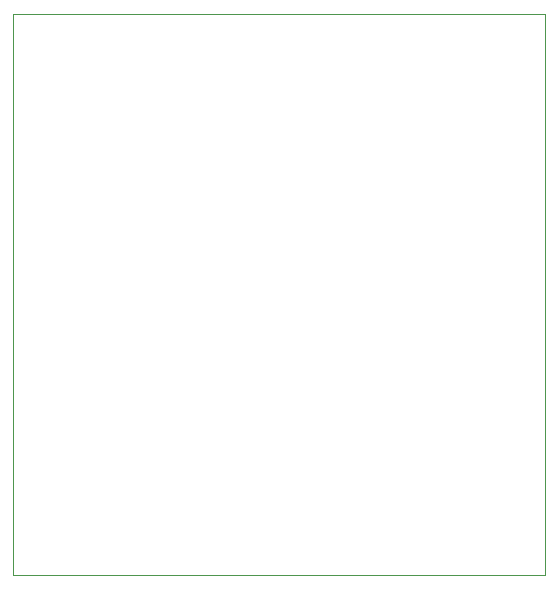
<source format=gbr>
%TF.GenerationSoftware,Altium Limited,Altium Designer,23.2.1 (34)*%
G04 Layer_Color=0*
%FSLAX45Y45*%
%MOMM*%
%TF.SameCoordinates,7D16A08E-AD26-414A-B05A-F9FA4662990C*%
%TF.FilePolarity,Positive*%
%TF.FileFunction,Profile,NP*%
%TF.Part,Single*%
G01*
G75*
%TA.AperFunction,Profile*%
%ADD30C,0.02540*%
D30*
X2500000Y2500000D02*
X7000000D01*
Y7250000D01*
X2500000D01*
Y2500000D01*
%TF.MD5,c7c4a60d395b152a70cf1cae019daac1*%
M02*

</source>
